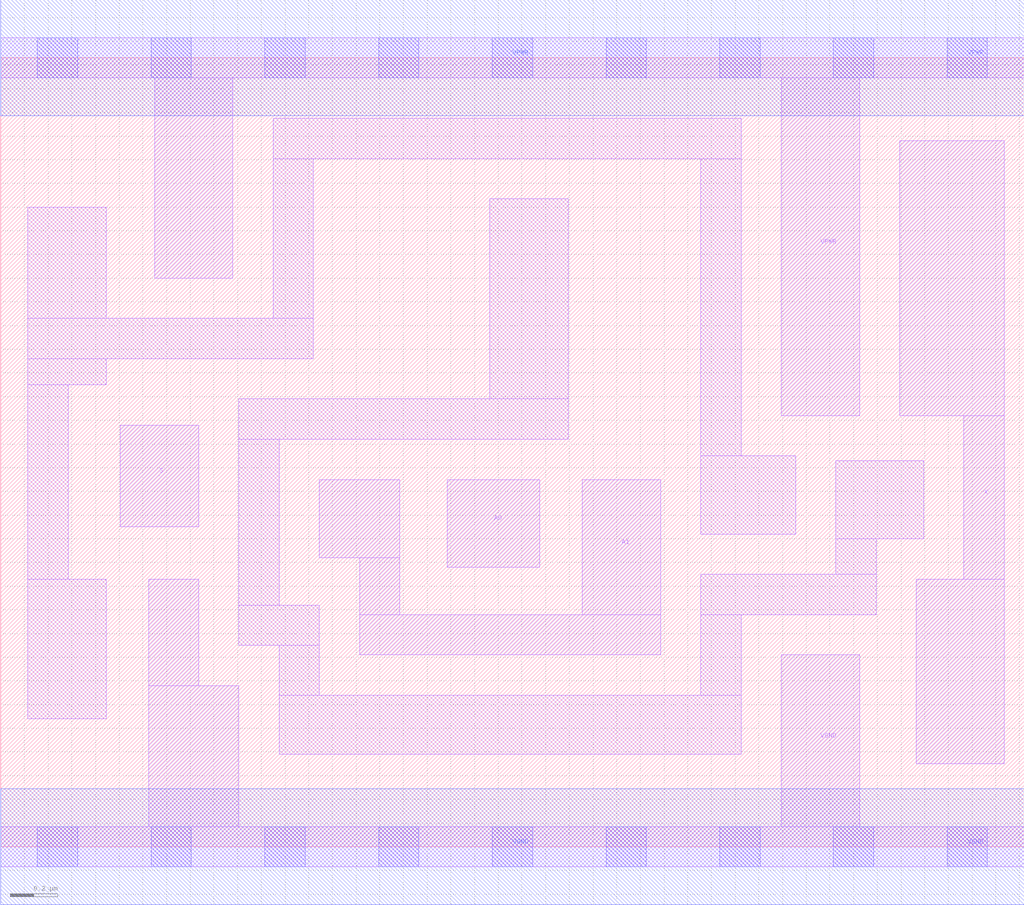
<source format=lef>
# Copyright 2020 The SkyWater PDK Authors
#
# Licensed under the Apache License, Version 2.0 (the "License");
# you may not use this file except in compliance with the License.
# You may obtain a copy of the License at
#
#     https://www.apache.org/licenses/LICENSE-2.0
#
# Unless required by applicable law or agreed to in writing, software
# distributed under the License is distributed on an "AS IS" BASIS,
# WITHOUT WARRANTIES OR CONDITIONS OF ANY KIND, either express or implied.
# See the License for the specific language governing permissions and
# limitations under the License.
#
# SPDX-License-Identifier: Apache-2.0

VERSION 5.7 ;
  NAMESCASESENSITIVE ON ;
  NOWIREEXTENSIONATPIN ON ;
  DIVIDERCHAR "/" ;
  BUSBITCHARS "[]" ;
UNITS
  DATABASE MICRONS 200 ;
END UNITS
MACRO sky130_fd_sc_ls__mux2_1
  CLASS CORE ;
  SOURCE USER ;
  FOREIGN sky130_fd_sc_ls__mux2_1 ;
  ORIGIN  0.000000  0.000000 ;
  SIZE  4.320000 BY  3.330000 ;
  SYMMETRY X Y ;
  SITE unit ;
  PIN A0
    ANTENNAGATEAREA  0.261000 ;
    DIRECTION INPUT ;
    USE SIGNAL ;
    PORT
      LAYER li1 ;
        RECT 1.885000 1.180000 2.275000 1.550000 ;
    END
  END A0
  PIN A1
    ANTENNAGATEAREA  0.261000 ;
    DIRECTION INPUT ;
    USE SIGNAL ;
    PORT
      LAYER li1 ;
        RECT 1.345000 1.220000 1.685000 1.550000 ;
        RECT 1.515000 0.810000 2.785000 0.980000 ;
        RECT 1.515000 0.980000 1.685000 1.220000 ;
        RECT 2.455000 0.980000 2.785000 1.550000 ;
    END
  END A1
  PIN S
    ANTENNAGATEAREA  0.469500 ;
    DIRECTION INPUT ;
    USE SIGNAL ;
    PORT
      LAYER li1 ;
        RECT 0.505000 1.350000 0.835000 1.780000 ;
    END
  END S
  PIN X
    ANTENNADIFFAREA  0.541300 ;
    DIRECTION OUTPUT ;
    USE SIGNAL ;
    PORT
      LAYER li1 ;
        RECT 3.795000 1.820000 4.235000 2.980000 ;
        RECT 3.865000 0.350000 4.235000 1.130000 ;
        RECT 4.065000 1.130000 4.235000 1.820000 ;
    END
  END X
  PIN VGND
    DIRECTION INOUT ;
    SHAPE ABUTMENT ;
    USE GROUND ;
    PORT
      LAYER li1 ;
        RECT 0.000000 -0.085000 4.320000 0.085000 ;
        RECT 0.625000  0.085000 1.005000 0.680000 ;
        RECT 0.625000  0.680000 0.835000 1.130000 ;
        RECT 3.295000  0.085000 3.625000 0.810000 ;
      LAYER mcon ;
        RECT 0.155000 -0.085000 0.325000 0.085000 ;
        RECT 0.635000 -0.085000 0.805000 0.085000 ;
        RECT 1.115000 -0.085000 1.285000 0.085000 ;
        RECT 1.595000 -0.085000 1.765000 0.085000 ;
        RECT 2.075000 -0.085000 2.245000 0.085000 ;
        RECT 2.555000 -0.085000 2.725000 0.085000 ;
        RECT 3.035000 -0.085000 3.205000 0.085000 ;
        RECT 3.515000 -0.085000 3.685000 0.085000 ;
        RECT 3.995000 -0.085000 4.165000 0.085000 ;
      LAYER met1 ;
        RECT 0.000000 -0.245000 4.320000 0.245000 ;
    END
  END VGND
  PIN VPWR
    DIRECTION INOUT ;
    SHAPE ABUTMENT ;
    USE POWER ;
    PORT
      LAYER li1 ;
        RECT 0.000000 3.245000 4.320000 3.415000 ;
        RECT 0.650000 2.400000 0.980000 3.245000 ;
        RECT 3.295000 1.820000 3.625000 3.245000 ;
      LAYER mcon ;
        RECT 0.155000 3.245000 0.325000 3.415000 ;
        RECT 0.635000 3.245000 0.805000 3.415000 ;
        RECT 1.115000 3.245000 1.285000 3.415000 ;
        RECT 1.595000 3.245000 1.765000 3.415000 ;
        RECT 2.075000 3.245000 2.245000 3.415000 ;
        RECT 2.555000 3.245000 2.725000 3.415000 ;
        RECT 3.035000 3.245000 3.205000 3.415000 ;
        RECT 3.515000 3.245000 3.685000 3.415000 ;
        RECT 3.995000 3.245000 4.165000 3.415000 ;
      LAYER met1 ;
        RECT 0.000000 3.085000 4.320000 3.575000 ;
    END
  END VPWR
  OBS
    LAYER li1 ;
      RECT 0.115000 0.540000 0.445000 1.130000 ;
      RECT 0.115000 1.130000 0.285000 1.950000 ;
      RECT 0.115000 1.950000 0.445000 2.060000 ;
      RECT 0.115000 2.060000 1.320000 2.230000 ;
      RECT 0.115000 2.230000 0.445000 2.700000 ;
      RECT 1.005000 0.850000 1.345000 1.020000 ;
      RECT 1.005000 1.020000 1.175000 1.720000 ;
      RECT 1.005000 1.720000 2.395000 1.890000 ;
      RECT 1.150000 2.230000 1.320000 2.905000 ;
      RECT 1.150000 2.905000 3.125000 3.075000 ;
      RECT 1.175000 0.390000 3.125000 0.640000 ;
      RECT 1.175000 0.640000 1.345000 0.850000 ;
      RECT 2.065000 1.890000 2.395000 2.735000 ;
      RECT 2.955000 0.640000 3.125000 0.980000 ;
      RECT 2.955000 0.980000 3.695000 1.150000 ;
      RECT 2.955000 1.320000 3.355000 1.650000 ;
      RECT 2.955000 1.650000 3.125000 2.905000 ;
      RECT 3.525000 1.150000 3.695000 1.300000 ;
      RECT 3.525000 1.300000 3.895000 1.630000 ;
  END
END sky130_fd_sc_ls__mux2_1

</source>
